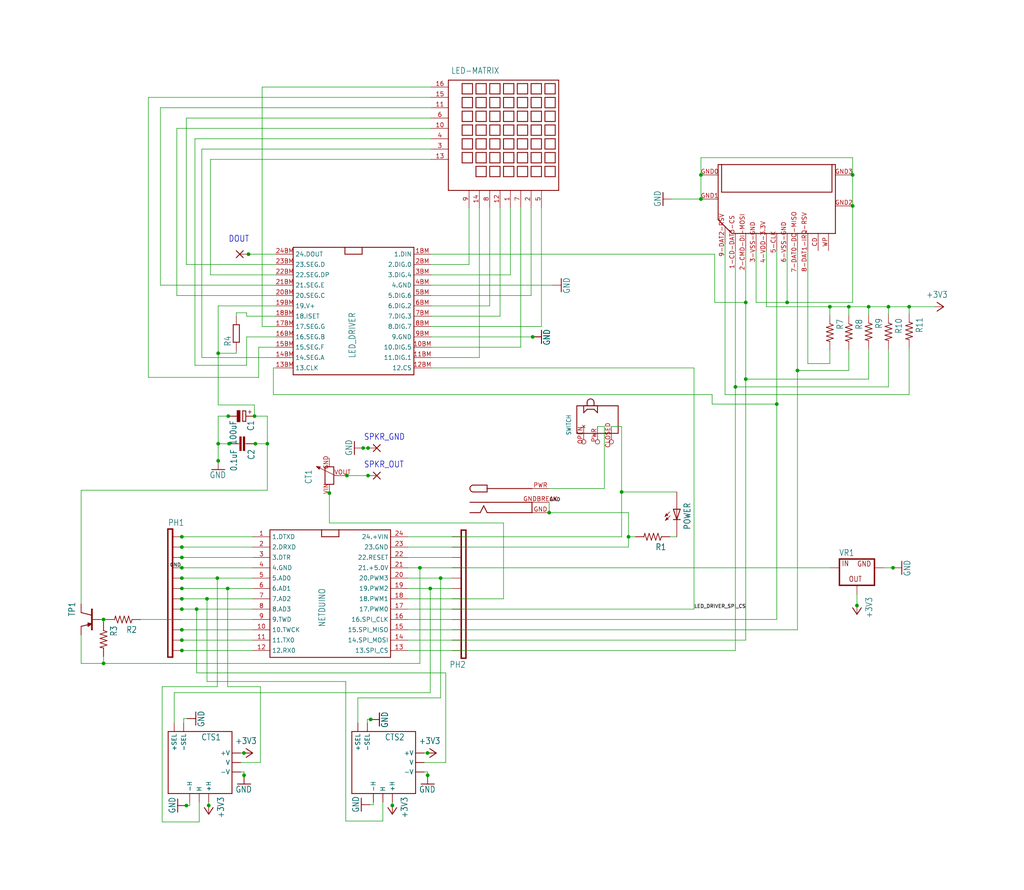
<source format=kicad_sch>
(kicad_sch (version 20211123) (generator eeschema)
  (paper "User" 297.002 258.267)
  (lib_symbols
    (symbol "pix6t4_export-eagle-import:+3V3" (power)
      (property "Value" "+3V3" (at -2.54 -5.08 90))
      (symbol "+3V3_1_0"
        (pin power_in line (at 0 -2.54 90) (length 2.54) (name "+3V3") (number "1"))
      )
    )
    (symbol "pix6t4_export-eagle-import:2N4403TO-92"
      (property "Reference" "TP" (at 6.63 -5.16 90))
      (symbol "2N4403TO-92_1_0"
        (pin passive line (at -2.75 0 0) (length 2.54) (name "B") (number "B"))
        (pin passive line (at 3 -4.5 90) (length 2.54) (name "C") (number "C"))
        (pin passive line (at 3 4.5 270) (length 2.54) (name "E") (number "E"))
      )
    )
    (symbol "pix6t4_export-eagle-import:C-EU025-025X050"
      (property "Reference" "C" (at 1.524 0.381 0))
      (property "Value" "C-EU025-025X050" (at 1.524 -4.699 0))
      (symbol "C-EU025-025X050_1_0"
        (pin passive line (at 0 2.54 270) (length 2.54) (name "1") (number "1"))
        (pin passive line (at 0 -5.08 90) (length 2.54) (name "2") (number "2"))
      )
    )
    (symbol "pix6t4_export-eagle-import:CB10HL"
      (property "Reference" "CT" (at -2.54 5.08 0))
      (symbol "CB10HL_1_0"
        (pin passive line (at 5.08 0 180) (length 2.54) (name "GND") (number "GND"))
        (pin input line (at -5.08 0 0) (length 2.54) (name "VIN") (number "VIN"))
        (pin output line (at 0 -5.08 90) (length 2.54) (name "VOUT") (number "VOUT"))
      )
    )
    (symbol "pix6t4_export-eagle-import:CPOL-EUE2.5-5"
      (property "Reference" "C" (at 1.143 0.4826 0))
      (property "Value" "CPOL-EUE2.5-5" (at 1.143 -4.5974 0))
      (symbol "CPOL-EUE2.5-5_1_0"
        (text "+" (at -0.5842 0.4064 900) (effects (font (size 1.27 1.0795)) (justify left bottom)))
        (pin passive line (at 0 2.54 270) (length 2.54) (name "+") (number "+"))
        (pin passive line (at 0 -5.08 90) (length 2.54) (name "-") (number "-"))
      )
    )
    (symbol "pix6t4_export-eagle-import:CTS252B103A60NB10K"
      (property "Reference" "CTS252" (at 0.55 6.382 0))
      (symbol "CTS252B103A60NB10K_1_0"
        (pin power_in line (at 2.75 -11.5 90) (length 2.54) (name "+H") (number "H+"))
        (pin passive line (at -2.75 -11.5 90) (length 2.54) (name "-H") (number "H-"))
        (pin output line (at 0 -11.5 90) (length 2.54) (name "H") (number "H-OUT"))
        (pin power_in line (at -7.25 11.5 270) (length 2.54) (name "+SEL") (number "SEL+"))
        (pin passive line (at -4.5 11.5 270) (length 2.54) (name "-SEL") (number "SEL-"))
        (pin power_in line (at 12 2.75 180) (length 2.54) (name "+V") (number "V+"))
        (pin passive line (at 12 -2.75 180) (length 2.54) (name "-V") (number "V-"))
        (pin output line (at 12 0 180) (length 2.54) (name "V") (number "V-OUT"))
      )
    )
    (symbol "pix6t4_export-eagle-import:GND" (power)
      (property "Value" "GND" (at -2.54 -2.54 0))
      (symbol "GND_1_0"
        (pin power_in line (at 0 2.54 270) (length 2.54) (name "GND") (number "1"))
      )
    )
    (symbol "pix6t4_export-eagle-import:LED"
      (symbol "LED_1_0"
        (pin passive line (at 7 0 180) (length 5.08) (name "A") (number "A"))
        (pin passive line (at -6 0 0) (length 5.08) (name "C") (number "K"))
      )
    )
    (symbol "pix6t4_export-eagle-import:LED-DRIVER-BOTTOM-MOUNT"
      (symbol "LED-DRIVER-BOTTOM-MOUNT_1_0"
        (pin bidirectional line (at 23 -11 180) (length 5.08) (name "10.DIG.5") (number "10BM"))
        (pin bidirectional line (at 23 -14 180) (length 5.08) (name "11.DIG.1") (number "11BM"))
        (pin input line (at 23 -17 180) (length 5.08) (name "12.CS") (number "12BM"))
        (pin input line (at -22 -17 0) (length 5.08) (name "13.CLK") (number "13BM"))
        (pin bidirectional line (at -22 -14 0) (length 5.08) (name "14.SEG.A") (number "14BM"))
        (pin bidirectional line (at -22 -11 0) (length 5.08) (name "15.SEG.F") (number "15BM"))
        (pin bidirectional line (at -22 -8 0) (length 5.08) (name "16.SEG.B") (number "16BM"))
        (pin bidirectional line (at -22 -5 0) (length 5.08) (name "17.SEG.G") (number "17BM"))
        (pin passive line (at -22 -2 0) (length 5.08) (name "18.ISET") (number "18BM"))
        (pin power_in line (at -22 1 0) (length 5.08) (name "19.V+") (number "19BM"))
        (pin input line (at 23 16 180) (length 5.08) (name "1.DIN") (number "1BM"))
        (pin bidirectional line (at -22 4 0) (length 5.08) (name "20.SEG.C") (number "20BM"))
        (pin bidirectional line (at -22 7 0) (length 5.08) (name "21.SEG.E") (number "21BM"))
        (pin bidirectional line (at -22 10 0) (length 5.08) (name "22.SEG.DP") (number "22BM"))
        (pin bidirectional line (at -22 13 0) (length 5.08) (name "23.SEG.D") (number "23BM"))
        (pin output line (at -22 16 0) (length 5.08) (name "24.DOUT") (number "24BM"))
        (pin bidirectional line (at 23 13 180) (length 5.08) (name "2.DIG.0") (number "2BM"))
        (pin bidirectional line (at 23 10 180) (length 5.08) (name "3.DIG.4") (number "3BM"))
        (pin passive line (at 23 7 180) (length 5.08) (name "4.GND") (number "4BM"))
        (pin bidirectional line (at 23 4 180) (length 5.08) (name "5.DIG.6") (number "5BM"))
        (pin bidirectional line (at 23 1 180) (length 5.08) (name "6.DIG.2") (number "6BM"))
        (pin bidirectional line (at 23 -2 180) (length 5.08) (name "7.DIG.3") (number "7BM"))
        (pin bidirectional line (at 23 -5 180) (length 5.08) (name "8.DIG.7") (number "8BM"))
        (pin passive line (at 23 -8 180) (length 5.08) (name "9.GND") (number "9BM"))
      )
    )
    (symbol "pix6t4_export-eagle-import:LEDMS88R-V2SQR"
      (symbol "LEDMS88R-V2SQR_1_0"
        (pin bidirectional line (at 2 -21 90) (length 5.08) (name "P$1") (number "1"))
        (pin bidirectional line (at -21 2 0) (length 5.08) (name "P$10") (number "10"))
        (pin bidirectional line (at -21 8 0) (length 5.08) (name "P$11") (number "11"))
        (pin bidirectional line (at -1 -21 90) (length 5.08) (name "P$12") (number "12"))
        (pin bidirectional line (at -21 -7 0) (length 5.08) (name "P$13") (number "13"))
        (pin bidirectional line (at -7 -21 90) (length 5.08) (name "P$14") (number "14"))
        (pin bidirectional line (at -21 11 0) (length 5.08) (name "P$15") (number "15"))
        (pin bidirectional line (at -21 14 0) (length 5.08) (name "P$16") (number "16"))
        (pin bidirectional line (at 8 -21 90) (length 5.08) (name "P$2") (number "2"))
        (pin bidirectional line (at -21 -4 0) (length 5.08) (name "P$3") (number "3"))
        (pin bidirectional line (at -21 -1 0) (length 5.08) (name "P$4") (number "4"))
        (pin bidirectional line (at 11 -21 90) (length 5.08) (name "P$5") (number "5"))
        (pin bidirectional line (at -21 5 0) (length 5.08) (name "P$6") (number "6"))
        (pin bidirectional line (at 5 -21 90) (length 5.08) (name "P$7") (number "7"))
        (pin bidirectional line (at -4 -21 90) (length 5.08) (name "P$8") (number "8"))
        (pin bidirectional line (at -10 -21 90) (length 5.08) (name "P$9") (number "9"))
      )
    )
    (symbol "pix6t4_export-eagle-import:NETDUINO-MINI-V2"
      (symbol "NETDUINO-MINI-V2_1_0"
        (pin output line (at -22 16 0) (length 5.08) (name "1.DTXD") (number "1"))
        (pin bidirectional line (at -22 -11 0) (length 5.08) (name "10.TWCK") (number "10"))
        (pin bidirectional line (at -22 -14 0) (length 5.08) (name "11.TX0") (number "11"))
        (pin bidirectional line (at -22 -17 0) (length 5.08) (name "12.RX0") (number "12"))
        (pin bidirectional line (at 23 -17 180) (length 5.08) (name "13.SPI_CS") (number "13"))
        (pin bidirectional line (at 23 -14 180) (length 5.08) (name "14.SPI_MOSI") (number "14"))
        (pin bidirectional line (at 23 -11 180) (length 5.08) (name "15.SPI_MISO") (number "15"))
        (pin bidirectional line (at 23 -8 180) (length 5.08) (name "16.SPI_CLK") (number "16"))
        (pin bidirectional line (at 23 -5 180) (length 5.08) (name "17.PWM0") (number "17"))
        (pin bidirectional line (at 23 -2 180) (length 5.08) (name "18.PWM1") (number "18"))
        (pin bidirectional line (at 23 1 180) (length 5.08) (name "19.PWM2") (number "19"))
        (pin input line (at -22 13 0) (length 5.08) (name "2.DRXD") (number "2"))
        (pin bidirectional line (at 23 4 180) (length 5.08) (name "20.PWM3") (number "20"))
        (pin power_in line (at 23 7 180) (length 5.08) (name "21.+5.0V") (number "21"))
        (pin input line (at 23 10 180) (length 5.08) (name "22.RESET") (number "22"))
        (pin passive line (at 23 13 180) (length 5.08) (name "23.GND") (number "23"))
        (pin power_in line (at 23 16 180) (length 5.08) (name "24.+VIN") (number "24"))
        (pin input line (at -22 10 0) (length 5.08) (name "3.DTR") (number "3"))
        (pin passive line (at -22 7 0) (length 5.08) (name "4.GND") (number "4"))
        (pin bidirectional line (at -22 4 0) (length 5.08) (name "5.AD0") (number "5"))
        (pin bidirectional line (at -22 1 0) (length 5.08) (name "6.AD1") (number "6"))
        (pin bidirectional line (at -22 -2 0) (length 5.08) (name "7.AD2") (number "7"))
        (pin bidirectional line (at -22 -5 0) (length 5.08) (name "8.AD3") (number "8"))
        (pin bidirectional line (at -22 -8 0) (length 5.08) (name "9.TWD") (number "9"))
      )
    )
    (symbol "pix6t4_export-eagle-import:PINHEADER1X12BREAKAWAY"
      (symbol "PINHEADER1X12BREAKAWAY_1_0"
        (pin bidirectional line (at -1.04 14 180) (length 2.54) (name "P$1") (number "1"))
        (pin bidirectional line (at -1.04 -13 180) (length 2.54) (name "P$10") (number "10"))
        (pin bidirectional line (at -1.04 -16 180) (length 2.54) (name "P$11") (number "11"))
        (pin bidirectional line (at -1.04 -19 180) (length 2.54) (name "P$12") (number "12"))
        (pin bidirectional line (at -1.04 11 180) (length 2.54) (name "P$2") (number "2"))
        (pin bidirectional line (at -1.04 8 180) (length 2.54) (name "P$3") (number "3"))
        (pin bidirectional line (at -1.04 5 180) (length 2.54) (name "P$4") (number "4"))
        (pin bidirectional line (at -1.04 2 180) (length 2.54) (name "P$5") (number "5"))
        (pin bidirectional line (at -1.04 -1 180) (length 2.54) (name "P$6") (number "6"))
        (pin bidirectional line (at -1.04 -4 180) (length 2.54) (name "P$7") (number "7"))
        (pin bidirectional line (at -1.04 -7 180) (length 2.54) (name "P$8") (number "8"))
        (pin bidirectional line (at -1.04 -10 180) (length 2.54) (name "P$9") (number "9"))
      )
    )
    (symbol "pix6t4_export-eagle-import:PJ-102A-V2"
      (symbol "PJ-102A-V2_1_0"
        (pin passive line (at 15 -3 180) (length 5.08) (name "GND") (number "GND"))
        (pin passive line (at 15 0 180) (length 5.08) (name "GNDBREAK") (number "GNDBREAK"))
        (pin power_in line (at 15 4 180) (length 5.08) (name "PWR") (number "PWR"))
      )
    )
    (symbol "pix6t4_export-eagle-import:RESISTOR"
      (symbol "RESISTOR_1_0"
        (pin passive line (at -5 0 0) (length 2.54) (name "1") (number "1"))
        (pin passive line (at 5 0 180) (length 2.54) (name "2") (number "2"))
      )
    )
    (symbol "pix6t4_export-eagle-import:RESISTOR-FLAT"
      (symbol "RESISTOR-FLAT_1_0"
        (pin passive line (at -5.08 0 0) (length 2.54) (name "1") (number "1"))
        (pin passive line (at 5.08 0 180) (length 2.54) (name "2") (number "2"))
      )
    )
    (symbol "pix6t4_export-eagle-import:SD-101-00708-64-ND-V3"
      (symbol "SD-101-00708-64-ND-V3_1_0"
        (pin bidirectional line (at -10 -15 90) (length 5.08) (name "P$1") (number "1-CD-DAT3-CS"))
        (pin bidirectional line (at -7 -15 90) (length 5.08) (name "P$2") (number "2-CMD-DI-MOSI"))
        (pin passive line (at -4 -15 90) (length 5.08) (name "P$3") (number "3-VSS-GND"))
        (pin power_in line (at -1 -15 90) (length 5.08) (name "P$4") (number "4-VDD-3.3V"))
        (pin bidirectional line (at 2 -15 90) (length 5.08) (name "P$5") (number "5-CLK"))
        (pin passive line (at 5 -15 90) (length 5.08) (name "P$6") (number "6-VSS-GND"))
        (pin bidirectional line (at 8 -15 90) (length 5.08) (name "P$7") (number "7-DAT0-DO-MISO"))
        (pin bidirectional line (at 11 -15 90) (length 5.08) (name "P$8") (number "8-DAT1-IRQ-RSV"))
        (pin bidirectional line (at -13 -13 90) (length 5.08) (name "P$9") (number "9-DAT2-RSV"))
        (pin passive line (at 14 -15 90) (length 5.08) (name "CD") (number "CD"))
        (pin passive line (at -20 7 0) (length 5.08) (name "GND-0") (number "GND0"))
        (pin passive line (at -20 0 0) (length 5.08) (name "GND-1") (number "GND1"))
        (pin passive line (at 24 -2 180) (length 5.08) (name "GND-2") (number "GND2"))
        (pin passive line (at 24 7 180) (length 5.08) (name "GND-3") (number "GND3"))
        (pin passive line (at 17 -15 90) (length 5.08) (name "WP") (number "WP"))
      )
    )
    (symbol "pix6t4_export-eagle-import:SLIDE-SWITCH-V2"
      (symbol "SLIDE-SWITCH-V2_1_0"
        (pin power_in inverted (at 0 -4 180) (length 5.08) (name "CLOSED") (number "CLOSED"))
        (pin no_connect inverted (at 0 4 180) (length 5.08) (name "OPEN") (number "OPEN"))
        (pin power_in inverted (at 0 0 180) (length 5.08) (name "PWR") (number "PWR"))
      )
    )
    (symbol "pix6t4_export-eagle-import:VREG-LD33VT0-220"
      (symbol "VREG-LD33VT0-220_1_0"
        (text "GND" (at 0.008 0.262 0) (effects (font (size 1.524 1.2954)) (justify left bottom)))
        (text "IN" (at -4.445 0.365 0) (effects (font (size 1.524 1.2954)) (justify left bottom)))
        (text "OUT" (at -2.405 -4.175 0) (effects (font (size 1.524 1.2954)) (justify left bottom)))
        (pin passive line (at 7.75 0 180) (length 2.54) (name "GND") (number "GND"))
        (pin power_in line (at -7.75 0 0) (length 2.54) (name "IN") (number "VIN"))
        (pin power_in line (at 0 -7.75 90) (length 2.54) (name "OUT") (number "VOUT"))
      )
    )
    (symbol "pix6t4_export-eagle-import:WIREPAD"
      (symbol "WIREPAD_1_0"
        (pin passive line (at 2.54 0 180) (length 2.54) (name "P") (number "P$1"))
      )
    )
  )
  (junction (at 124.78 170.76))
  (junction (at 216.28 110.01))
  (junction (at 72.07 73.76))
  (junction (at 30.03 192.51))
  (junction (at 70.78 224.97))
  (junction (at 121.78 164.76))
  (junction (at 107.49 208.76))
  (junction (at 63.28 102.51))
  (junction (at 66.45 128.76))
  (junction (at 240.67 89.01))
  (junction (at 52.74 170.76))
  (junction (at 124.03 224.97))
  (junction (at 154.49 97.76))
  (junction (at 74.07 128.76))
  (junction (at 57.03 176.76))
  (junction (at 258.99 164.76))
  (junction (at 246.17 89.01))
  (junction (at 203.28 57.76))
  (junction (at 52.74 155.76))
  (junction (at 77.53 128.76))
  (junction (at 70.74 218.51))
  (junction (at 52.74 164.76))
  (junction (at 263.67 89.01))
  (junction (at 106.74 130.01))
  (junction (at 30.03 179.76))
  (junction (at 95.53 143.09))
  (junction (at 105.32 130.01))
  (junction (at 180.28 142.76))
  (junction (at 52.74 173.76))
  (junction (at 66.03 170.76))
  (junction (at 213.28 112.26))
  (junction (at 63.28 128.76))
  (junction (at 106.74 138.01))
  (junction (at 203.28 50.76))
  (junction (at 60.03 173.76))
  (junction (at 52.74 158.76))
  (junction (at 216.28 87.76))
  (junction (at 247.28 59.76))
  (junction (at 248.53 175.72))
  (junction (at 73.82 120.76))
  (junction (at 225.28 117.26))
  (junction (at 52.74 188.76))
  (junction (at 60.53 233.72))
  (junction (at 52.74 182.76))
  (junction (at 52.74 185.76))
  (junction (at 100.61 138.01))
  (junction (at 63.03 167.76))
  (junction (at 257.67 89.01))
  (junction (at 52.74 161.76))
  (junction (at 159.28 148.76))
  (junction (at 66.2 120.76))
  (junction (at 63.28 133.72))
  (junction (at 182.28 155.76))
  (junction (at 231.28 107.51))
  (junction (at 251.92 89.01))
  (junction (at 127.78 167.76))
  (junction (at 113.78 233.72))
  (junction (at 52.74 176.76))
  (junction (at 52.74 167.76))
  (junction (at 228.28 87.76))
  (junction (at 54.07 233.76))
  (junction (at 247.28 50.76))
  (junction (at 123.99 218.51))
  (wire (pts (xy 52.53 182.76) (xy 52.74 182.76)))
  (wire (pts (xy 79.28 106.76) (xy 79.28 114.51)))
  (wire (pts (xy 125.03 73.76) (xy 207.28 73.76)))
  (wire (pts (xy 72.03 73.76) (xy 72.07 73.76)))
  (wire (pts (xy 30.03 192.51) (xy 23.53 192.51)))
  (wire (pts (xy 52.74 155.76) (xy 73.28 155.76)))
  (wire (pts (xy 129.28 221.26) (xy 123.03 221.26)))
  (wire (pts (xy 154.03 85.76) (xy 125.03 85.76)))
  (wire (pts (xy 106.74 130.01) (xy 105.32 130.01)))
  (wire (pts (xy 118.28 182.76) (xy 231.28 182.76)))
  (wire (pts (xy 248.53 175.72) (xy 248.53 175.76)))
  (wire (pts (xy 56.53 40.26) (xy 56.53 106.01)))
  (wire (pts (xy 240.67 91.51) (xy 240.67 89.01)))
  (wire (pts (xy 257.67 91.26) (xy 257.67 89.01)))
  (wire (pts (xy 47.03 199.26) (xy 47.03 238.51)))
  (wire (pts (xy 68.53 102.51) (xy 63.28 102.51)))
  (wire (pts (xy 63.28 117.51) (xy 63.28 102.51)))
  (wire (pts (xy 52.53 188.76) (xy 52.74 188.76)))
  (wire (pts (xy 80.03 106.76) (xy 79.28 106.76)))
  (wire (pts (xy 63.28 128.76) (xy 66.45 128.76)))
  (wire (pts (xy 240.67 105.51) (xy 240.67 101.51)))
  (wire (pts (xy 75.03 100.76) (xy 80.03 100.76)))
  (wire (pts (xy 47.03 238.51) (xy 57.78 238.51)))
  (wire (pts (xy 231.28 107.51) (xy 231.28 72.76)))
  (wire (pts (xy 216.28 87.76) (xy 216.28 72.76)))
  (wire (pts (xy 63.28 133.76) (xy 63.28 133.72)))
  (wire (pts (xy 68.53 101.84) (xy 68.53 102.51)))
  (wire (pts (xy 271.13 89.01) (xy 263.67 89.01)))
  (wire (pts (xy 256.28 164.76) (xy 258.99 164.76)))
  (wire (pts (xy 182.28 148.76) (xy 182.28 155.76)))
  (wire (pts (xy 52.53 173.76) (xy 52.74 173.76)))
  (wire (pts (xy 148.03 60.26) (xy 148.03 79.76)))
  (wire (pts (xy 248.53 172.51) (xy 248.53 175.72)))
  (wire (pts (xy 52.53 170.76) (xy 52.74 170.76)))
  (wire (pts (xy 196.28 142.76) (xy 180.28 142.76)))
  (wire (pts (xy 76.03 25.26) (xy 76.03 94.76)))
  (wire (pts (xy 100.28 238.26) (xy 111.03 238.26)))
  (wire (pts (xy 125.03 25.26) (xy 76.03 25.26)))
  (wire (pts (xy 75.03 109.51) (xy 75.03 100.76)))
  (wire (pts (xy 125.03 34.26) (xy 54.03 34.26)))
  (wire (pts (xy 106.53 208.76) (xy 107.49 208.76)))
  (wire (pts (xy 234.28 105.51) (xy 240.67 105.51)))
  (wire (pts (xy 70.78 224.97) (xy 70.78 225.01)))
  (wire (pts (xy 121.78 164.76) (xy 121.78 192.51)))
  (wire (pts (xy 213.28 188.76) (xy 213.28 112.26)))
  (wire (pts (xy 72.07 73.76) (xy 80.03 73.76)))
  (wire (pts (xy 207.28 73.76) (xy 207.28 87.76)))
  (wire (pts (xy 63.03 167.76) (xy 73.28 167.76)))
  (wire (pts (xy 203.28 57.76) (xy 203.28 50.76)))
  (wire (pts (xy 40.78 179.76) (xy 73.28 179.76)))
  (wire (pts (xy 194.28 155.76) (xy 196.28 155.76)))
  (wire (pts (xy 52.74 161.76) (xy 73.28 161.76)))
  (wire (pts (xy 151.03 60.26) (xy 151.03 100.76)))
  (wire (pts (xy 103.78 202.51) (xy 127.78 202.51)))
  (wire (pts (xy 107.32 233.51) (xy 108.28 233.51)))
  (wire (pts (xy 125.03 97.76) (xy 154.49 97.76)))
  (wire (pts (xy 73.78 120.76) (xy 73.82 120.76)))
  (wire (pts (xy 69.78 218.51) (xy 70.74 218.51)))
  (wire (pts (xy 70.74 218.51) (xy 70.78 218.51)))
  (wire (pts (xy 52.53 155.76) (xy 52.74 155.76)))
  (wire (pts (xy 71.53 91.76) (xy 80.03 91.76)))
  (wire (pts (xy 247.28 59.76) (xy 247.28 87.76)))
  (wire (pts (xy 30.03 190.51) (xy 30.03 192.51)))
  (wire (pts (xy 54.07 233.76) (xy 55.03 233.76)))
  (wire (pts (xy 118.28 188.76) (xy 213.28 188.76)))
  (wire (pts (xy 246.17 91.51) (xy 246.17 89.01)))
  (wire (pts (xy 71.53 90.76) (xy 71.53 91.76)))
  (wire (pts (xy 210.28 70.76) (xy 210.28 114.51)))
  (wire (pts (xy 247.28 50.76) (xy 247.28 59.76)))
  (wire (pts (xy 74.07 128.76) (xy 74.03 128.76)))
  (wire (pts (xy 118.28 173.76) (xy 146.03 173.76)))
  (wire (pts (xy 118.28 161.76) (xy 131.07 161.76)))
  (wire (pts (xy 180.28 123.76) (xy 177.28 123.76)))
  (wire (pts (xy 180.28 142.76) (xy 180.28 123.76)))
  (wire (pts (xy 145.03 60.26) (xy 145.03 91.76)))
  (wire (pts (xy 107.49 208.76) (xy 107.53 208.76)))
  (wire (pts (xy 207.28 87.76) (xy 216.28 87.76)))
  (wire (pts (xy 53.28 209.76) (xy 53.28 208.51)))
  (wire (pts (xy 175.28 141.76) (xy 175.28 123.76)))
  (wire (pts (xy 66.28 120.76) (xy 66.2 120.76)))
  (wire (pts (xy 251.92 110.01) (xy 216.28 110.01)))
  (wire (pts (xy 139.03 60.26) (xy 139.03 103.76)))
  (wire (pts (xy 123.99 218.51) (xy 124.03 218.51)))
  (wire (pts (xy 124.78 170.76) (xy 124.78 201.01)))
  (wire (pts (xy 145.03 91.76) (xy 125.03 91.76)))
  (wire (pts (xy 30.03 179.76) (xy 30.78 179.76)))
  (wire (pts (xy 77.53 142.26) (xy 77.53 128.76)))
  (wire (pts (xy 111.03 238.26) (xy 111.03 232.76)))
  (wire (pts (xy 210.28 114.51) (xy 263.67 114.51)))
  (wire (pts (xy 175.28 123.76) (xy 173.28 123.76)))
  (wire (pts (xy 77.53 128.76) (xy 74.07 128.76)))
  (wire (pts (xy 121.78 164.76) (xy 240.78 164.76)))
  (wire (pts (xy 70.78 224.01) (xy 70.78 224.97)))
  (wire (pts (xy 118.32 176.76) (xy 201.28 176.76)))
  (wire (pts (xy 247.28 45.76) (xy 247.28 50.76)))
  (wire (pts (xy 71.53 97.76) (xy 80.03 97.76)))
  (wire (pts (xy 228.28 87.76) (xy 219.28 87.76)))
  (wire (pts (xy 108.28 233.51) (xy 108.28 232.76)))
  (wire (pts (xy 66.03 199.26) (xy 75.53 199.26)))
  (wire (pts (xy 56.53 106.01) (xy 71.53 106.01)))
  (wire (pts (xy 50.53 201.01) (xy 50.53 209.76)))
  (wire (pts (xy 100.61 138.01) (xy 100.53 138.01)))
  (wire (pts (xy 73.78 117.51) (xy 63.28 117.51)))
  (wire (pts (xy 73.78 120.76) (xy 73.78 117.51)))
  (wire (pts (xy 219.28 87.76) (xy 219.28 72.76)))
  (wire (pts (xy 60.03 197.76) (xy 100.28 197.76)))
  (wire (pts (xy 100.28 197.76) (xy 100.28 238.26)))
  (wire (pts (xy 216.28 185.76) (xy 216.28 110.01)))
  (wire (pts (xy 60.03 173.76) (xy 73.28 173.76)))
  (wire (pts (xy 231.28 107.51) (xy 246.17 107.51)))
  (wire (pts (xy 146.03 151.76) (xy 95.53 151.76)))
  (wire (pts (xy 52.74 158.76) (xy 73.28 158.76)))
  (wire (pts (xy 52.74 185.76) (xy 73.28 185.76)))
  (wire (pts (xy 228.28 87.76) (xy 228.28 72.76)))
  (wire (pts (xy 30.03 180.51) (xy 30.03 179.76)))
  (wire (pts (xy 124.78 201.01) (xy 50.53 201.01)))
  (wire (pts (xy 51.28 85.76) (xy 80.03 85.76)))
  (wire (pts (xy 52.53 167.76) (xy 52.74 167.76)))
  (wire (pts (xy 106.53 209.76) (xy 106.53 208.76)))
  (wire (pts (xy 52.53 158.76) (xy 52.74 158.76)))
  (wire (pts (xy 222.28 89.01) (xy 240.67 89.01)))
  (wire (pts (xy 206.53 114.51) (xy 206.53 117.26)))
  (wire (pts (xy 61.03 79.76) (xy 80.03 79.76)))
  (wire (pts (xy 136.03 60.26) (xy 136.03 76.76)))
  (wire (pts (xy 124.03 224.01) (xy 124.03 224.97)))
  (wire (pts (xy 76.03 94.76) (xy 80.03 94.76)))
  (wire (pts (xy 60.53 233.72) (xy 60.53 233.76)))
  (wire (pts (xy 58.53 103.76) (xy 80.03 103.76)))
  (wire (pts (xy 125.03 106.76) (xy 201.28 106.76)))
  (wire (pts (xy 63.28 120.76) (xy 63.28 128.76)))
  (wire (pts (xy 231.28 182.76) (xy 231.28 107.51)))
  (wire (pts (xy 194.82 57.76) (xy 203.28 57.76)))
  (wire (pts (xy 23.53 142.26) (xy 77.53 142.26)))
  (wire (pts (xy 52.74 173.76) (xy 60.03 173.76)))
  (wire (pts (xy 66.03 170.76) (xy 73.28 170.76)))
  (wire (pts (xy 113.78 232.76) (xy 113.78 233.72)))
  (wire (pts (xy 142.03 88.76) (xy 125.03 88.76)))
  (wire (pts (xy 118.28 170.76) (xy 124.78 170.76)))
  (wire (pts (xy 95.53 143.09) (xy 95.53 143.01)))
  (wire (pts (xy 75.53 221.26) (xy 69.78 221.26)))
  (wire (pts (xy 246.17 107.51) (xy 246.17 101.51)))
  (wire (pts (xy 258.99 164.76) (xy 259.03 164.76)))
  (wire (pts (xy 257.67 89.01) (xy 263.67 89.01)))
  (wire (pts (xy 52.53 161.76) (xy 52.74 161.76)))
  (wire (pts (xy 68.53 90.76) (xy 71.53 90.76)))
  (wire (pts (xy 66.45 128.76) (xy 66.53 128.76)))
  (wire (pts (xy 216.28 110.01) (xy 216.28 87.76)))
  (wire (pts (xy 52.74 188.76) (xy 73.28 188.76)))
  (wire (pts (xy 73.82 120.76) (xy 77.53 120.76)))
  (wire (pts (xy 57.78 238.51) (xy 57.78 232.76)))
  (wire (pts (xy 106.78 130.01) (xy 106.74 130.01)))
  (wire (pts (xy 201.28 106.76) (xy 201.28 176.76)))
  (wire (pts (xy 52.53 176.76) (xy 52.74 176.76)))
  (wire (pts (xy 69.78 224.01) (xy 70.78 224.01)))
  (wire (pts (xy 180.28 155.76) (xy 180.28 142.76)))
  (wire (pts (xy 136.03 76.76) (xy 125.03 76.76)))
  (wire (pts (xy 61.03 46.26) (xy 61.03 79.76)))
  (wire (pts (xy 159.28 148.76) (xy 182.28 148.76)))
  (wire (pts (xy 118.28 155.76) (xy 180.28 155.76)))
  (wire (pts (xy 43.03 109.51) (xy 75.03 109.51)))
  (wire (pts (xy 71.53 106.01) (xy 71.53 97.76)))
  (wire (pts (xy 68.53 91.68) (xy 68.53 90.76)))
  (wire (pts (xy 125.03 46.26) (xy 61.03 46.26)))
  (wire (pts (xy 203.28 50.76) (xy 203.28 45.76)))
  (wire (pts (xy 46.53 31.26) (xy 46.53 82.76)))
  (wire (pts (xy 63.03 167.76) (xy 63.03 199.26)))
  (wire (pts (xy 125.03 43.26) (xy 58.53 43.26)))
  (wire (pts (xy 124.78 170.76) (xy 131.07 170.76)))
  (wire (pts (xy 95.53 151.76) (xy 95.53 143.09)))
  (wire (pts (xy 52.74 170.76) (xy 66.03 170.76)))
  (wire (pts (xy 206.53 117.26) (xy 225.28 117.26)))
  (wire (pts (xy 129.28 195.26) (xy 129.28 221.26)))
  (wire (pts (xy 63.03 199.26) (xy 47.03 199.26)))
  (wire (pts (xy 105.32 130.01) (xy 105.28 130.01)))
  (wire (pts (xy 46.53 82.76) (xy 80.03 82.76)))
  (wire (pts (xy 182.28 155.76) (xy 182.28 158.76)))
  (wire (pts (xy 79.28 114.51) (xy 206.53 114.51)))
  (wire (pts (xy 29.28 179.76) (xy 30.03 179.76)))
  (wire (pts (xy 63.28 88.76) (xy 63.28 102.51)))
  (wire (pts (xy 66.2 120.76) (xy 63.28 120.76)))
  (wire (pts (xy 203.28 45.76) (xy 247.28 45.76)))
  (wire (pts (xy 23.53 175.26) (xy 23.53 142.26)))
  (wire (pts (xy 118.28 158.76) (xy 182.28 158.76)))
  (wire (pts (xy 125.03 31.26) (xy 46.53 31.26)))
  (wire (pts (xy 123.03 218.51) (xy 123.99 218.51)))
  (wire (pts (xy 222.28 72.76) (xy 222.28 89.01)))
  (wire (pts (xy 43.03 28.26) (xy 43.03 109.51)))
  (wire (pts (xy 263.67 114.51) (xy 263.67 101.01)))
  (wire (pts (xy 148.03 79.76) (xy 125.03 79.76)))
  (wire (pts (xy 125.03 40.26) (xy 56.53 40.26)))
  (wire (pts (xy 263.67 91.01) (xy 263.67 89.01)))
  (wire (pts (xy 225.28 117.26) (xy 225.28 72.76)))
  (wire (pts (xy 247.28 87.76) (xy 228.28 87.76)))
  (wire (pts (xy 121.78 192.51) (xy 30.03 192.51)))
  (wire (pts (xy 146.03 151.76) (xy 146.03 173.76)))
  (wire (pts (xy 58.53 43.26) (xy 58.53 103.76)))
  (wire (pts (xy 251.92 89.01) (xy 246.17 89.01)))
  (wire (pts (xy 52.74 182.76) (xy 73.28 182.76)))
  (wire (pts (xy 118.28 164.76) (xy 121.78 164.76)))
  (wire (pts (xy 103.78 209.76) (xy 103.78 202.51)))
  (wire (pts (xy 106.78 138.01) (xy 106.74 138.01)))
  (wire (pts (xy 157.03 60.26) (xy 157.03 94.76)))
  (wire (pts (xy 57.03 195.26) (xy 129.28 195.26)))
  (wire (pts (xy 52.74 164.76) (xy 73.28 164.76)))
  (wire (pts (xy 257.67 89.01) (xy 251.92 89.01)))
  (wire (pts (xy 60.53 232.76) (xy 60.53 233.72)))
  (wire (pts (xy 80.03 88.76) (xy 63.28 88.76)))
  (wire (pts (xy 251.92 91.26) (xy 251.92 89.01)))
  (wire (pts (xy 52.53 185.76) (xy 52.74 185.76)))
  (wire (pts (xy 63.28 133.72) (xy 63.28 128.76)))
  (wire (pts (xy 54.03 76.76) (xy 80.03 76.76)))
  (wire (pts (xy 60.03 173.76) (xy 60.03 197.76)))
  (wire (pts (xy 234.28 72.76) (xy 234.28 105.51)))
  (wire (pts (xy 54.03 34.26) (xy 54.03 76.76)))
  (wire (pts (xy 246.17 89.01) (xy 240.67 89.01)))
  (wire (pts (xy 123.03 224.01) (xy 124.03 224.01)))
  (wire (pts (xy 142.03 60.26) (xy 142.03 88.76)))
  (wire (pts (xy 213.28 112.26) (xy 257.67 112.26)))
  (wire (pts (xy 124.03 224.97) (xy 124.03 225.01)))
  (wire (pts (xy 154.03 60.26) (xy 154.03 85.76)))
  (wire (pts (xy 57.03 176.76) (xy 57.03 195.26)))
  (wire (pts (xy 51.28 37.26) (xy 51.28 85.76)))
  (wire (pts (xy 125.03 37.26) (xy 51.28 37.26)))
  (wire (pts (xy 106.74 138.01) (xy 100.61 138.01)))
  (wire (pts (xy 118.28 167.76) (xy 127.78 167.76)))
  (wire (pts (xy 157.03 94.76) (xy 125.03 94.76)))
  (wire (pts (xy 127.78 202.51) (xy 127.78 167.76)))
  (wire (pts (xy 55.03 233.76) (xy 55.03 232.76)))
  (wire (pts (xy 159.28 141.76) (xy 175.28 141.76)))
  (wire (pts (xy 151.03 100.76) (xy 125.03 100.76)))
  (wire (pts (xy 66.03 170.76) (xy 66.03 199.26)))
  (wire (pts (xy 251.92 101.26) (xy 251.92 110.01)))
  (wire (pts (xy 52.53 164.76) (xy 52.74 164.76)))
  (wire (pts (xy 225.28 179.76) (xy 225.28 117.26)))
  (wire (pts (xy 75.53 199.26) (xy 75.53 221.26)))
  (wire (pts (xy 52.74 176.76) (xy 57.03 176.76)))
  (wire (pts (xy 53.28 208.51) (xy 54.24 208.51)))
  (wire (pts (xy 127.78 167.76) (xy 131.07 167.76)))
  (wire (pts (xy 23.53 192.51) (xy 23.53 184.26)))
  (wire (pts (xy 53.78 233.76) (xy 54.07 233.76)))
  (wire (pts (xy 159.28 145.76) (xy 159.28 148.76)))
  (wire (pts (xy 57.03 176.76) (xy 73.28 176.76)))
  (wire (pts (xy 139.03 103.76) (xy 125.03 103.76)))
  (wire (pts (xy 213.28 112.26) (xy 213.28 72.76)))
  (wire (pts (xy 52.74 167.76) (xy 63.03 167.76)))
  (wire (pts (xy 118.28 179.76) (xy 225.28 179.76)))
  (wire (pts (xy 257.67 112.26) (xy 257.67 101.26)))
  (wire (pts (xy 77.53 120.76) (xy 77.53 128.76)))
  (wire (pts (xy 182.28 155.76) (xy 184.28 155.76)))
  (wire (pts (xy 125.03 28.26) (xy 43.03 28.26)))
  (wire (pts (xy 113.78 233.72) (xy 113.78 233.76)))
  (wire (pts (xy 125.03 82.76) (xy 160.24 82.76)))
  (wire (pts (xy 118.28 185.76) (xy 216.28 185.76)))
  (text "SPKR_OUT" (at 105.53 136.01 180) (effects (font (size 1.778 1.5113)) (justify left bottom)))
  (text "DOUT" (at 66.28 70.51 180) (effects (font (size 1.778 1.5113)) (justify left bottom)))
  (text "SPKR_GND" (at 105.53 128.01 180) (effects (font (size 1.778 1.5113)) (justify left bottom)))
  (label "LED_DRIVER_SPI_CS" (at 201.28 176.76 0) (effects (font (size 1.016 1.016))))
  (label "GND" (at 159.28 145.76 0) (effects (font (size 1.016 1.016))))
  (label "GND" (at 52.53 164.76 180) (effects (font (size 1.016 1.016))))
  (symbol (lib_id "pix6t4_export-eagle-import:+3V3") (at 273.67 89.01 270) (unit 1)
    (property "Reference" "#+3V2" (effects hide))
    (property "Value" "+3V3" (at 268.59 86.47 90) (effects (font (size 1.778 1.5113)) (justify left bottom)))
    (property "Footprint" "pix6t4_export:" (effects hide))
  )
  (symbol (lib_id "pix6t4_export-eagle-import:GND") (at 124.03 227.51 0) (unit 1)
    (property "Reference" "#GND9" (effects hide))
    (property "Value" "GND" (at 121.49 230.05 0) (effects (font (size 1.778 1.5113)) (justify left bottom)))
    (property "Footprint" "pix6t4_export:" (effects hide))
  )
  (symbol (lib_id "pix6t4_export-eagle-import:SD-101-00708-64-ND-V3") (at 223.28 57.76 0) (unit 1)
    (property "Reference" "SD-SOCKET" (effects hide))
    (property "Value" "SD-101-00708-64-ND-V3" (effects hide))
    (property "Footprint" "pix6t4_export:SMD-SD-SOCKET" (effects hide))
  )
  (symbol (lib_id "pix6t4_export-eagle-import:RESISTOR") (at 251.92 96.26 270) (unit 1)
    (property "Reference" "R9" (at 253.92 92.26 0) (effects (font (size 1.778 1.5113)) (justify left bottom)))
    (property "Value" "10k" (effects hide))
    (property "Footprint" "pix6t4_export:RESISTOR" (effects hide))
  )
  (symbol (lib_id "pix6t4_export-eagle-import:NETDUINO-MINI-V2") (at 95.28 171.76 0) (unit 1)
    (property "Reference" "NETDUINO" (at 94.375 181.985 90) (effects (font (size 1.778 1.5113)) (justify left bottom)))
    (property "Value" "NETDUINO-MINI-V2" (effects hide))
    (property "Footprint" "pix6t4_export:NETDUINO-MINI" (effects hide))
  )
  (symbol (lib_id "pix6t4_export-eagle-import:GND") (at 261.53 164.76 90) (unit 1)
    (property "Reference" "#GND3" (effects hide))
    (property "Value" "GND" (at 264.07 167.3 0) (effects (font (size 1.778 1.5113)) (justify left bottom)))
    (property "Footprint" "pix6t4_export:" (effects hide))
  )
  (symbol (lib_id "pix6t4_export-eagle-import:PINHEADER1X12BREAKAWAY") (at 53.78 169.76 0) (unit 1)
    (property "Reference" "PH1" (at 48.68 152.635 0) (effects (font (size 1.778 1.5113)) (justify left bottom)))
    (property "Value" "PINHEADER1X12BREAKAWAY" (effects hide))
    (property "Footprint" "pix6t4_export:PINHEADER" (effects hide))
  )
  (symbol (lib_id "pix6t4_export-eagle-import:+3V3") (at 73.28 218.51 270) (unit 1)
    (property "Reference" "#+3V4" (effects hide))
    (property "Value" "+3V3" (at 68.2 215.97 90) (effects (font (size 1.778 1.5113)) (justify left bottom)))
    (property "Footprint" "pix6t4_export:" (effects hide))
  )
  (symbol (lib_id "pix6t4_export-eagle-import:RESISTOR") (at 263.67 96.01 270) (unit 1)
    (property "Reference" "R11" (at 265.67 92.01 0) (effects (font (size 1.778 1.5113)) (justify left bottom)))
    (property "Value" "10k" (effects hide))
    (property "Footprint" "pix6t4_export:RESISTOR" (effects hide))
  )
  (symbol (lib_id "pix6t4_export-eagle-import:GND") (at 157.03 97.76 90) (unit 1)
    (property "Reference" "#GND13" (effects hide))
    (property "Value" "GND" (at 159.57 100.3 0) (effects (font (size 1.778 1.5113)) (justify left bottom)))
    (property "Footprint" "pix6t4_export:" (effects hide))
  )
  (symbol (lib_id "pix6t4_export-eagle-import:RESISTOR") (at 189.28 155.76 180) (unit 1)
    (property "Reference" "R1" (at 193.28 157.76 0) (effects (font (size 1.778 1.5113)) (justify left bottom)))
    (property "Value" "1k" (effects hide))
    (property "Footprint" "pix6t4_export:RESISTOR" (effects hide))
  )
  (symbol (lib_id "pix6t4_export-eagle-import:RESISTOR") (at 35.78 179.76 180) (unit 1)
    (property "Reference" "R2" (at 39.78 181.76 0) (effects (font (size 1.778 1.5113)) (justify left bottom)))
    (property "Value" "10k" (effects hide))
    (property "Footprint" "pix6t4_export:RESISTOR" (effects hide))
  )
  (symbol (lib_id "pix6t4_export-eagle-import:CTS252B103A60NB10K") (at 57.78 221.26 0) (unit 1)
    (property "Reference" "CTS1" (at 58.33 214.878 0) (effects (font (size 1.778 1.5113)) (justify left bottom)))
    (property "Value" "CTS252B103A60NB10K" (effects hide))
    (property "Footprint" "pix6t4_export:JOYSTICK+SWITCH" (effects hide))
  )
  (symbol (lib_id "pix6t4_export-eagle-import:RESISTOR") (at 240.67 96.51 270) (unit 1)
    (property "Reference" "R7" (at 242.67 92.51 0) (effects (font (size 1.778 1.5113)) (justify left bottom)))
    (property "Value" "10k" (effects hide))
    (property "Footprint" "pix6t4_export:RESISTOR" (effects hide))
  )
  (symbol (lib_id "pix6t4_export-eagle-import:2N4403TO-92") (at 26.53 179.76 180) (unit 1)
    (property "Reference" "TP1" (at 19.9 174.6 90) (effects (font (size 1.778 1.5113)) (justify left bottom)))
    (property "Value" "2N4403TO-92" (effects hide))
    (property "Footprint" "pix6t4_export:TRANSISTOR-PNP" (effects hide))
  )
  (symbol (lib_id "pix6t4_export-eagle-import:RESISTOR-FLAT") (at 68.53 96.76 90) (unit 1)
    (property "Reference" "R4" (at 67.0314 100.57 0) (effects (font (size 1.778 1.5113)) (justify left bottom)))
    (property "Value" "54.9k" (effects hide))
    (property "Footprint" "pix6t4_export:RESISTOR-FLAT" (effects hide))
  )
  (symbol (lib_id "pix6t4_export-eagle-import:GND") (at 70.78 227.51 0) (unit 1)
    (property "Reference" "#GND8" (effects hide))
    (property "Value" "GND" (at 68.24 230.05 0) (effects (font (size 1.778 1.5113)) (justify left bottom)))
    (property "Footprint" "pix6t4_export:" (effects hide))
  )
  (symbol (lib_id "pix6t4_export-eagle-import:+3V3") (at 248.53 178.26 180) (unit 1)
    (property "Reference" "#+3V1" (effects hide))
    (property "Value" "+3V3" (at 251.07 173.18 90) (effects (font (size 1.778 1.5113)) (justify left bottom)))
    (property "Footprint" "pix6t4_export:" (effects hide))
  )
  (symbol (lib_id "pix6t4_export-eagle-import:CPOL-EUE2.5-5") (at 71.28 120.76 270) (unit 1)
    (property "Reference" "C1" (at 71.7626 121.903 0) (effects (font (size 1.778 1.5113)) (justify left bottom)))
    (property "Value" "100uF" (at 66.6826 121.903 0) (effects (font (size 1.778 1.5113)) (justify left bottom)))
    (property "Footprint" "pix6t4_export:E2,5-5" (effects hide))
  )
  (symbol (lib_id "pix6t4_export-eagle-import:GND") (at 104.78 233.51 270) (unit 1)
    (property "Reference" "#GND5" (effects hide))
    (property "Value" "GND" (at 102.24 230.97 0) (effects (font (size 1.778 1.5113)) (justify left bottom)))
    (property "Footprint" "pix6t4_export:" (effects hide))
  )
  (symbol (lib_id "pix6t4_export-eagle-import:GND") (at 110.03 208.76 90) (unit 1)
    (property "Reference" "#GND12" (effects hide))
    (property "Value" "GND" (at 112.57 211.3 0) (effects (font (size 1.778 1.5113)) (justify left bottom)))
    (property "Footprint" "pix6t4_export:" (effects hide))
  )
  (symbol (lib_id "pix6t4_export-eagle-import:+3V3") (at 126.53 218.51 270) (unit 1)
    (property "Reference" "#+3V3" (effects hide))
    (property "Value" "+3V3" (at 121.45 215.97 90) (effects (font (size 1.778 1.5113)) (justify left bottom)))
    (property "Footprint" "pix6t4_export:" (effects hide))
  )
  (symbol (lib_id "pix6t4_export-eagle-import:LED") (at 196.28 149.76 90) (unit 1)
    (property "Reference" "POWER" (at 200.28 153.76 0) (effects (font (size 1.778 1.5113)) (justify left bottom)))
    (property "Value" "LED" (effects hide))
    (property "Footprint" "pix6t4_export:LED3MM" (effects hide))
  )
  (symbol (lib_id "pix6t4_export-eagle-import:GND") (at 157.03 97.76 90) (unit 1)
    (property "Reference" "#GND11" (effects hide))
    (property "Value" "GND" (at 159.57 100.3 0) (effects (font (size 1.778 1.5113)) (justify left bottom)))
    (property "Footprint" "pix6t4_export:" (effects hide))
  )
  (symbol (lib_id "pix6t4_export-eagle-import:VREG-LD33VT0-220") (at 248.53 164.76 0) (unit 1)
    (property "Reference" "VR1" (at 243.32 161.38 0) (effects (font (size 1.778 1.5113)) (justify left bottom)))
    (property "Value" "VREG-LD33VT0-220" (effects hide))
    (property "Footprint" "pix6t4_export:VOLTAGEREGULATOR" (effects hide))
  )
  (symbol (lib_id "pix6t4_export-eagle-import:RESISTOR") (at 257.67 96.26 270) (unit 1)
    (property "Reference" "R10" (at 259.67 92.26 0) (effects (font (size 1.778 1.5113)) (justify left bottom)))
    (property "Value" "10k" (effects hide))
    (property "Footprint" "pix6t4_export:RESISTOR" (effects hide))
  )
  (symbol (lib_id "pix6t4_export-eagle-import:GND") (at 102.78 130.01 270) (unit 1)
    (property "Reference" "#GND14" (effects hide))
    (property "Value" "GND" (at 100.24 127.47 0) (effects (font (size 1.778 1.5113)) (justify left bottom)))
    (property "Footprint" "pix6t4_export:" (effects hide))
  )
  (symbol (lib_id "pix6t4_export-eagle-import:C-EU025-025X050") (at 71.53 128.76 270) (unit 1)
    (property "Reference" "C2" (at 71.911 130.284 0) (effects (font (size 1.778 1.5113)) (justify left bottom)))
    (property "Value" "0.1uF" (at 66.831 130.284 0) (effects (font (size 1.778 1.5113)) (justify left bottom)))
    (property "Footprint" "pix6t4_export:C025-025X050" (effects hide))
  )
  (symbol (lib_id "pix6t4_export-eagle-import:WIREPAD") (at 69.53 73.76 0) (unit 1)
    (property "Reference" "U$1" (effects hide))
    (property "Value" "WIREPAD" (effects hide))
    (property "Footprint" "pix6t4_export:WIREPAD" (effects hide))
  )
  (symbol (lib_id "pix6t4_export-eagle-import:GND") (at 56.78 208.51 90) (unit 1)
    (property "Reference" "#GND6" (effects hide))
    (property "Value" "GND" (at 59.32 211.05 0) (effects (font (size 1.778 1.5113)) (justify left bottom)))
    (property "Footprint" "pix6t4_export:" (effects hide))
  )
  (symbol (lib_id "pix6t4_export-eagle-import:RESISTOR") (at 246.17 96.51 270) (unit 1)
    (property "Reference" "R8" (at 248.17 92.51 0) (effects (font (size 1.778 1.5113)) (justify left bottom)))
    (property "Value" "10k" (effects hide))
    (property "Footprint" "pix6t4_export:RESISTOR" (effects hide))
  )
  (symbol (lib_id "pix6t4_export-eagle-import:SLIDE-SWITCH-V2") (at 173.28 123.76 90) (unit 1)
    (property "Reference" "SWITCH" (at 165.66 126.3 0) (effects (font (size 1.27 1.0795)) (justify left bottom)))
    (property "Value" "SLIDE-SWITCH-V2" (effects hide))
    (property "Footprint" "pix6t4_export:SLIDE-SWITCH" (effects hide))
  )
  (symbol (lib_id "pix6t4_export-eagle-import:GND") (at 162.78 82.76 90) (unit 1)
    (property "Reference" "#GND10" (effects hide))
    (property "Value" "GND" (at 165.32 85.3 0) (effects (font (size 1.778 1.5113)) (justify left bottom)))
    (property "Footprint" "pix6t4_export:" (effects hide))
  )
  (symbol (lib_id "pix6t4_export-eagle-import:LEDMS88R-V2SQR") (at 146.03 39.26 0) (unit 1)
    (property "Reference" "LED-MATRIX" (at 130.79 21.48 0) (effects (font (size 1.778 1.5113)) (justify left bottom)))
    (property "Value" "LEDMS88R-V2SQR" (effects hide))
    (property "Footprint" "pix6t4_export:LEDMATRIX-SQRPIXELS" (effects hide))
  )
  (symbol (lib_id "pix6t4_export-eagle-import:WIREPAD") (at 109.28 138.01 180) (unit 1)
    (property "Reference" "U$3" (effects hide))
    (property "Value" "WIREPAD" (effects hide))
    (property "Footprint" "pix6t4_export:WIREPAD" (effects hide))
  )
  (symbol (lib_id "pix6t4_export-eagle-import:PJ-102A-V2") (at 144.28 145.76 0) (unit 1)
    (property "Reference" "PWRJACK" (effects hide))
    (property "Value" "PJ-102A-V2" (effects hide))
    (property "Footprint" "pix6t4_export:DCBARREL" (effects hide))
  )
  (symbol (lib_id "pix6t4_export-eagle-import:CTS252B103A60NB10K") (at 111.03 221.26 0) (unit 1)
    (property "Reference" "CTS2" (at 111.58 214.878 0) (effects (font (size 1.778 1.5113)) (justify left bottom)))
    (property "Value" "CTS252B103A60NB10K" (effects hide))
    (property "Footprint" "pix6t4_export:JOYSTICK+SWITCH" (effects hide))
  )
  (symbol (lib_id "pix6t4_export-eagle-import:GND") (at 63.28 136.26 0) (unit 1)
    (property "Reference" "#GND2" (effects hide))
    (property "Value" "GND" (at 60.74 138.8 0) (effects (font (size 1.778 1.5113)) (justify left bottom)))
    (property "Footprint" "pix6t4_export:" (effects hide))
  )
  (symbol (lib_id "pix6t4_export-eagle-import:PINHEADER1X12BREAKAWAY") (at 130.03 174.76 180) (unit 1)
    (property "Reference" "PH2" (at 135.13 191.885 0) (effects (font (size 1.778 1.5113)) (justify left bottom)))
    (property "Value" "PINHEADER1X12BREAKAWAY" (effects hide))
    (property "Footprint" "pix6t4_export:PINHEADER" (effects hide))
  )
  (symbol (lib_id "pix6t4_export-eagle-import:LED-DRIVER-BOTTOM-MOUNT") (at 102.03 89.76 0) (unit 1)
    (property "Reference" "LED_DRIVER" (at 103.125 103.985 90) (effects (font (size 1.778 1.5113)) (justify left bottom)))
    (property "Value" "LED-DRIVER-BOTTOM-MOUNT" (effects hide))
    (property "Footprint" "pix6t4_export:DIL24-BOTTOM-MOUNT" (effects hide))
  )
  (symbol (lib_id "pix6t4_export-eagle-import:GND") (at 51.53 233.76 270) (unit 1)
    (property "Reference" "#GND4" (effects hide))
    (property "Value" "GND" (at 48.99 231.22 0) (effects (font (size 1.778 1.5113)) (justify left bottom)))
    (property "Footprint" "pix6t4_export:" (effects hide))
  )
  (symbol (lib_id "pix6t4_export-eagle-import:+3V3") (at 113.78 236.26 180) (unit 1)
    (property "Reference" "#+3V6" (effects hide))
    (property "Value" "+3V3" (at 116.32 231.18 90) (effects (font (size 1.778 1.5113)) (justify left bottom)))
    (property "Footprint" "pix6t4_export:" (effects hide))
  )
  (symbol (lib_id "pix6t4_export-eagle-import:WIREPAD") (at 109.28 130.01 180) (unit 1)
    (property "Reference" "GND" (effects hide))
    (property "Value" "WIREPAD" (effects hide))
    (property "Footprint" "pix6t4_export:WIREPAD" (effects hide))
  )
  (symbol (lib_id "pix6t4_export-eagle-import:+3V3") (at 60.53 236.26 180) (unit 1)
    (property "Reference" "#+3V5" (effects hide))
    (property "Value" "+3V3" (at 63.07 231.18 90) (effects (font (size 1.778 1.5113)) (justify left bottom)))
    (property "Footprint" "pix6t4_export:" (effects hide))
  )
  (symbol (lib_id "pix6t4_export-eagle-import:CB10HL") (at 95.53 138.01 90) (unit 1)
    (property "Reference" "CT1" (at 90.45 140.55 0) (effects (font (size 1.778 1.5113)) (justify left bottom)))
    (property "Value" "CB10HL" (effects hide))
    (property "Footprint" "pix6t4_export:CARBONTRIMMER" (effects hide))
  )
  (symbol (lib_id "pix6t4_export-eagle-import:RESISTOR") (at 30.03 185.51 270) (unit 1)
    (property "Reference" "R3" (at 32.03 181.51 0) (effects (font (size 1.778 1.5113)) (justify left bottom)))
    (property "Value" "2.1k" (effects hide))
    (property "Footprint" "pix6t4_export:RESISTOR" (effects hide))
  )
  (symbol (lib_id "pix6t4_export-eagle-import:GND") (at 110.03 208.76 90) (unit 1)
    (property "Reference" "#GND7" (effects hide))
    (property "Value" "GND" (at 112.57 211.3 0) (effects (font (size 1.778 1.5113)) (justify left bottom)))
    (property "Footprint" "pix6t4_export:" (effects hide))
  )
  (symbol (lib_id "pix6t4_export-eagle-import:GND") (at 192.28 57.76 270) (unit 1)
    (property "Reference" "#GND1" (effects hide))
    (property "Value" "GND" (at 189.74 55.22 0) (effects (font (size 1.778 1.5113)) (justify left bottom)))
    (property "Footprint" "pix6t4_export:" (effects hide))
  )
)
</source>
